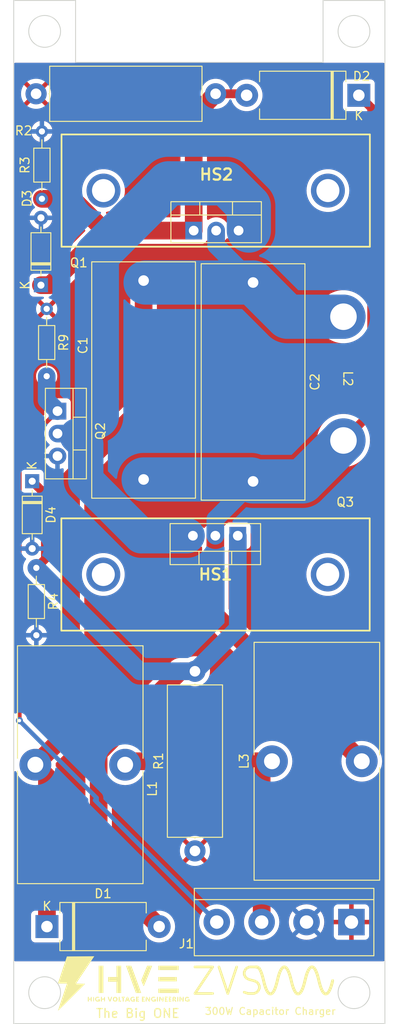
<source format=kicad_pcb>
(kicad_pcb (version 20221018) (generator pcbnew)
  (layers (0 "F.Cu" signal) (31 "B.Cu" signal) (34 "B.Paste" user) (35 "F.Paste" user) (36 "B.SilkS" user "B.Silkscreen") (37 "F.SilkS" user "F.Silkscreen") (38 "B.Mask" user) (39 "F.Mask" user) (44 "Edge.Cuts" user))
  (net 0 "")
  (net 1 "GND")
  (net 2 "+12V")
  (net 3 "Net-(C1-Pad1)")
  (net 4 "Net-(C1-Pad2)")
  (net 5 "ZVS")
  (net 6 "Net-(Q1-Pad3)")
  (net 7 "ZVS Gate")
  (net 8 "Net-(D1-Pad2)")
  (net 9 "Net-(D2-Pad2)")
  (footprint "Resistor_THT:R_Axial_DIN0617_L17.0mm_D6.0mm_P20.32mm_Horizontal" (layer "F.Cu") (at 122.45 66.99)
    (fp_text reference "R2" (at -1.42 4.18) (layer "F.SilkS"))
    (fp_text value "470")
    (pad "1" thru_hole circle (at 0 0) (size 2.4 2.4) (drill 1.2) (layers "*.Cu" "*.Mask") (net 2 "+12V"))
    (pad "2" thru_hole oval (at 20.32 0) (size 2.4 2.4) (drill 1.2) (layers "*.Cu" "*.Mask") (net 9 "Net-(D2-Pad2)"))
  )
  (footprint "Diode_THT:D_DO-35_SOD27_P7.62mm_Horizontal" (layer "F.Cu") (at 122.01 110.82 -90)
    (fp_text reference "D4" (at 3.81 -2.12 90) (layer "F.SilkS"))
    (fp_text value "D_Zener")
    (fp_text user "K" (at -1.78 0.02 90) (layer "F.SilkS"))
    (pad "1" thru_hole rect (at 0 0 270) (size 1.6 1.6) (drill 0.8) (layers "*.Cu" "*.Mask") (net 8 "Net-(D1-Pad2)"))
    (pad "2" thru_hole oval (at 7.62 0 270) (size 1.6 1.6) (drill 0.8) (layers "*.Cu" "*.Mask") (net 1 "GND"))
  )
  (footprint "Coil Gun Capacitor:63710ABPE" (layer "F.Cu") (at 130.08 77.94)
    (fp_text reference "HS2" (at 12.78 -1.81) (layer "F.SilkS") (effects (font (size 1.27 1.27) (thickness 0.254))))
    (fp_text value "Heatsink" hide)
    (pad "1" thru_hole circle (at 0 0) (size 3.84 3.84) (drill 2.6) (layers "*.Cu" "*.Mask"))
    (pad "2" thru_hole circle (at 25.4 0) (size 3.84 3.84) (drill 2.6) (layers "*.Cu" "*.Mask"))
  )
  (footprint "Resistor_THT:R_Axial_DIN0204_L3.6mm_D1.6mm_P7.62mm_Horizontal" (layer "F.Cu") (at 123.11 78.87 90)
    (fp_text reference "R3" (at 3.81 -1.92 90) (layer "F.SilkS"))
    (fp_text value "R")
    (pad "1" thru_hole circle (at 0 0 90) (size 1.4 1.4) (drill 0.7) (layers "*.Cu" "*.Mask") (net 9 "Net-(D2-Pad2)"))
    (pad "2" thru_hole oval (at 7.62 0 90) (size 1.4 1.4) (drill 0.7) (layers "*.Cu" "*.Mask") (net 1 "GND"))
  )
  (footprint "Diode_THT:D_DO-35_SOD27_P7.62mm_Horizontal" (layer "F.Cu") (at 123 88.64 90)
    (fp_text reference "D3" (at 9.8 -1.57 90) (layer "F.SilkS"))
    (fp_text value "D_Zener")
    (fp_text user "K" (at 0 -1.8 90) (layer "F.SilkS"))
    (pad "1" thru_hole rect (at 0 0 90) (size 1.6 1.6) (drill 0.8) (layers "*.Cu" "*.Mask") (net 9 "Net-(D2-Pad2)"))
    (pad "2" thru_hole oval (at 7.62 0 90) (size 1.6 1.6) (drill 0.8) (layers "*.Cu" "*.Mask") (net 1 "GND"))
  )
  (footprint "Capacitor_THT:C_Rect_L26.5mm_W11.5mm_P22.50mm_MKS4" (layer "F.Cu") (at 134.62 88.12 -90)
    (fp_text reference "C1" (at 7.34 6.87 90) (layer "F.SilkS"))
    (fp_text value "C")
    (pad "1" thru_hole circle (at 0 0 270) (size 2.4 2.4) (drill 1.2) (layers "*.Cu" "*.Mask") (net 3 "Net-(C1-Pad1)"))
    (pad "2" thru_hole circle (at 22.5 0 270) (size 2.4 2.4) (drill 1.2) (layers "*.Cu" "*.Mask") (net 4 "Net-(C1-Pad2)"))
  )
  (footprint "Capacitor_THT:C_Rect_L26.5mm_W11.5mm_P22.50mm_MKS4" (layer "F.Cu") (at 147.01 88.34 -90)
    (fp_text reference "C2" (at 11.25 -7 90) (layer "F.SilkS"))
    (fp_text value "10uF")
    (pad "1" thru_hole circle (at 0 0 270) (size 2.4 2.4) (drill 1.2) (layers "*.Cu" "*.Mask") (net 3 "Net-(C1-Pad1)"))
    (pad "2" thru_hole circle (at 22.5 0 270) (size 2.4 2.4) (drill 1.2) (layers "*.Cu" "*.Mask") (net 4 "Net-(C1-Pad2)"))
  )
  (footprint "LOGO" (layer "F.Cu") (at 151.834241 167.261823)
    (fp_text reference "G***" hide)
    (fp_text value "LOGO" hide)
  )
  (footprint "Resistor_THT:R_Axial_DIN0204_L3.6mm_D1.6mm_P7.62mm_Horizontal" (layer "F.Cu") (at 122.48 120.62 -90)
    (fp_text reference "R4" (at 3.81 -1.92 90) (layer "F.SilkS"))
    (fp_text value "R")
    (pad "1" thru_hole circle (at 0 0 270) (size 1.4 1.4) (drill 0.7) (layers "*.Cu" "*.Mask") (net 8 "Net-(D1-Pad2)"))
    (pad "2" thru_hole oval (at 7.62 0 270) (size 1.4 1.4) (drill 0.7) (layers "*.Cu" "*.Mask") (net 1 "GND"))
  )
  (footprint "Resistor_THT:R_Axial_DIN0204_L3.6mm_D1.6mm_P7.62mm_Horizontal" (layer "F.Cu") (at 123.65 91.32 -90)
    (fp_text reference "R9" (at 3.81 -1.92 90) (layer "F.SilkS"))
    (fp_text value "1k")
    (pad "1" thru_hole circle (at 0 0 270) (size 1.4 1.4) (drill 0.7) (layers "*.Cu" "*.Mask") (net 2 "+12V"))
    (pad "2" thru_hole oval (at 7.62 0 270) (size 1.4 1.4) (drill 0.7) (layers "*.Cu" "*.Mask") (net 7 "ZVS Gate"))
  )
  (footprint "Inductor_THT:L_Toroid_Vertical_L26.7mm_W14.0mm_P10.16mm_Pulse_D" (layer "F.Cu") (at 132.53 142.89 -90)
    (fp_text reference "L1" (at 2.73 -3.07 90) (layer "F.SilkS"))
    (fp_text value "8mH")
    (pad "1" thru_hole circle (at 0 0 270) (size 3.6 3.6) (drill 1.8) (layers "*.Cu" "*.Mask") (net 5 "ZVS"))
    (pad "2" thru_hole circle (at 0 10.16 270) (size 3.6 3.6) (drill 1.8) (layers "*.Cu" "*.Mask") (net 3 "Net-(C1-Pad1)"))
  )
  (footprint "Diode_THT:D_DO-201_P12.70mm_Horizontal" (layer "F.Cu") (at 158.98 67.16 180)
    (fp_text reference "D2" (at -0.31 2.15) (layer "F.SilkS"))
    (fp_text value "D_Schottky")
    (fp_text user "K" (at 0 -2.3) (layer "F.SilkS"))
    (pad "1" thru_hole rect (at 0 0 180) (size 2.6 2.6) (drill 1.3) (layers "*.Cu" "*.Mask") (net 4 "Net-(C1-Pad2)"))
    (pad "2" thru_hole oval (at 12.7 0 180) (size 2.6 2.6) (drill 1.3) (layers "*.Cu" "*.Mask") (net 9 "Net-(D2-Pad2)"))
  )
  (footprint "Diode_THT:D_DO-201_P12.70mm_Horizontal" (layer "F.Cu") (at 123.68 161.2)
    (fp_text reference "D1" (at 6.35 -3.725) (layer "F.SilkS"))
    (fp_text value "D_Schottky")
    (fp_text user "K" (at 0 -2.3) (layer "F.SilkS"))
    (pad "1" thru_hole rect (at 0 0) (size 2.6 2.6) (drill 1.3) (layers "*.Cu" "*.Mask") (net 3 "Net-(C1-Pad1)"))
    (pad "2" thru_hole oval (at 12.7 0) (size 2.6 2.6) (drill 1.3) (layers "*.Cu" "*.Mask") (net 8 "Net-(D1-Pad2)"))
  )
  (footprint "Package_TO_SOT_THT:TO-220-3_Vertical" (layer "F.Cu") (at 124.875 102.89 -90)
    (fp_text reference "Q2" (at 2.26 -4.855 90) (layer "F.SilkS"))
    (fp_text value "Q_NMOS_GDS")
    (pad "1" thru_hole rect (at 0 0 270) (size 1.905 2) (drill 1.1) (layers "*.Cu" "*.Mask") (net 7 "ZVS Gate"))
    (pad "2" thru_hole oval (at 2.54 0 270) (size 1.905 2) (drill 1.1) (layers "*.Cu" "*.Mask") (net 6 "Net-(Q1-Pad3)"))
    (pad "3" thru_hole oval (at 5.08 0 270) (size 1.905 2) (drill 1.1) (layers "*.Cu" "*.Mask") (net 1 "GND"))
  )
  (footprint "TerminalBlock:TerminalBlock_bornier-4_P5.08mm" (layer "F.Cu") (at 158.14 160.69 180)
    (fp_text reference "J1" (at 18.67 -2.46) (layer "F.SilkS"))
    (fp_text value "Screw_Terminal_01x04")
    (pad "1" thru_hole rect (at 0 0 180) (size 3 3) (drill 1.52) (layers "*.Cu" "*.Mask") (net 2 "+12V"))
    (pad "2" thru_hole circle (at 5.08 0 180) (size 3 3) (drill 1.52) (layers "*.Cu" "*.Mask") (net 1 "GND"))
    (pad "3" thru_hole circle (at 10.16 0 180) (size 3 3) (drill 1.52) (layers "*.Cu" "*.Mask") (net 5 "ZVS"))
    (pad "4" thru_hole circle (at 15.24 0 180) (size 3 3) (drill 1.52) (layers "*.Cu" "*.Mask") (net 7 "ZVS Gate"))
  )
  (footprint "Inductor_THT:L_Toroid_Vertical_L26.7mm_W14.0mm_P10.16mm_Pulse_D" (layer "F.Cu") (at 149.15 142.5 90)
    (fp_text reference "L3" (at 0 -3.155 90) (layer "F.SilkS"))
    (fp_text value "8mH")
    (pad "1" thru_hole circle (at 0 0 90) (size 3.6 3.6) (drill 1.8) (layers "*.Cu" "*.Mask") (net 5 "ZVS"))
    (pad "2" thru_hole circle (at 0 10.16 90) (size 3.6 3.6) (drill 1.8) (layers "*.Cu" "*.Mask") (net 4 "Net-(C1-Pad2)"))
  )
  (footprint "LOGO" (layer "F.Cu") (at 132.29 167.77)
    (fp_text reference "G***" hide)
    (fp_text value "LOGO" hide)
  )
  (footprint "Coil Gun Capacitor:Primary" (layer "F.Cu") (at 157.24 99.21 -90)
    (fp_text reference "L2" (at 0 -0.5 -90 unlocked) (layer "F.SilkS"))
    (fp_text value "15uH")
    (pad "1" thru_hole circle (at -7 0 270) (size 5 5) (drill 3) (layers "*.Cu" "*.Mask") (net 3 "Net-(C1-Pad1)"))
    (pad "2" thru_hole circle (at 7 0) (size 5 5) (drill 3) (layers "*.Cu" "*.Mask") (net 4 "Net-(C1-Pad2)"))
  )
  (footprint "Resistor_THT:R_Axial_DIN0617_L17.0mm_D6.0mm_P20.32mm_Horizontal" (layer "F.Cu") (at 140.43 152.64 90)
    (fp_text reference "R1" (at 10.16 -4.12 90) (layer "F.SilkS"))
    (fp_text value "470")
    (pad "1" thru_hole circle (at 0 0 90) (size 2.4 2.4) (drill 1.2) (layers "*.Cu" "*.Mask") (net 2 "+12V"))
    (pad "2" thru_hole oval (at 20.32 0 90) (size 2.4 2.4) (drill 1.2) (layers "*.Cu" "*.Mask") (net 8 "Net-(D1-Pad2)"))
  )
  (footprint "Coil Gun Capacitor:63710ABPE" (layer "F.Cu") (at 155.46 121.37 180)
    (fp_text reference "HS1" (at 12.7 0) (layer "F.SilkS") (effects (font (size 1.27 1.27) (thickness 0.254))))
    (fp_text value "Heatsink" hide)
    (pad "1" thru_hole circle (at 0 0 180) (size 3.84 3.84) (drill 2.6) (layers "*.Cu" "*.Mask"))
    (pad "2" thru_hole circle (at 25.4 0 180) (size 3.84 3.84) (drill 2.6) (layers "*.Cu" "*.Mask"))
  )
  (footprint "Package_TO_SOT_THT:TO-220-3_Vertical" (layer "F.Cu") (at 140.29 82.465)
    (fp_text reference "Q1" (at -13.01 3.645) (layer "F.SilkS"))
    (fp_text value "Q_NMOS_GDS")
    (pad "1" thru_hole rect (at 0 0) (size 1.905 2) (drill 1.1) (layers "*.Cu" "*.Mask") (net 9 "Net-(D2-Pad2)"))
    (pad "2" thru_hole oval (at 2.54 0) (size 1.905 2) (drill 1.1) (layers "*.Cu" "*.Mask") (net 3 "Net-(C1-Pad1)"))
    (pad "3" thru_hole oval (at 5.08 0) (size 1.905 2) (drill 1.1) (layers "*.Cu" "*.Mask") (net 6 "Net-(Q1-Pad3)"))
  )
  (footprint "Package_TO_SOT_THT:TO-220-3_Vertical" (layer "F.Cu") (at 145.28 116.985 180)
    (fp_text reference "Q3" (at -12.16 3.805) (layer "F.SilkS"))
    (fp_text value "Q_NMOS_GDS")
    (pad "1" thru_hole rect (at 0 0 180) (size 1.905 2) (drill 1.1) (layers "*.Cu" "*.Mask") (net 8 "Net-(D1-Pad2)"))
    (pad "2" thru_hole oval (at 2.54 0 180) (size 1.905 2) (drill 1.1) (layers "*.Cu" "*.Mask") (net 4 "Net-(C1-Pad2)"))
    (pad "3" thru_hole oval (at 5.08 0 180) (size 1.905 2) (drill 1.1) (layers "*.Cu" "*.Mask") (net 6 "Net-(Q1-Pad3)"))
  )
  (gr_line (start 119.92 63.43) (end 119.92 165.18) (stroke (width 0.1)) (layer "Edge.Cuts"))
  (gr_line (start 161.93 165.18) (end 161.93 63.43) (stroke (width 0.1)) (layer "Edge.Cuts"))
  (gr_line (start 161.93 63.43) (end 161.93 56.43) (stroke (width 0.1)) (layer "Edge.Cuts"))
  (gr_line (start 161.93 172.18) (end 154.93 172.18) (stroke (width 0.1)) (layer "Edge.Cuts"))
  (gr_line (start 154.93 63.43) (end 126.92 63.43) (stroke (width 0.1)) (layer "Edge.Cuts"))
  (gr_circle (center 123.42 59.93) (end 125.22 59.93) (stroke (width 0.1)) (fill none) (layer "Edge.Cuts"))
  (gr_line (start 119.92 172.18) (end 126.92 172.18) (stroke (width 0.1)) (layer "Edge.Cuts"))
  (gr_line (start 161.93 56.43) (end 154.93 56.43) (stroke (width 0.1)) (layer "Edge.Cuts"))
  (gr_line (start 154.93 56.43) (end 154.93 63.43) (stroke (width 0.1)) (layer "Edge.Cuts"))
  (gr_circle (center 123.42 168.68) (end 125.22 168.68) (stroke (width 0.1)) (fill none) (layer "Edge.Cuts"))
  (gr_line (start 119.92 56.43) (end 126.92 56.43) (stroke (width 0.1)) (layer "Edge.Cuts"))
  (gr_line (start 126.92 56.43) (end 126.92 63.43) (stroke (width 0.1)) (layer "Edge.Cuts"))
  (gr_line (start 161.93 165.18) (end 161.93 172.18) (stroke (width 0.1)) (layer "Edge.Cuts"))
  (gr_line (start 126.92 172.18) (end 154.93 172.18) (stroke (width 0.1)) (layer "Edge.Cuts"))
  (gr_line (start 119.92 63.43) (end 119.92 56.43) (stroke (width 0.1)) (layer "Edge.Cuts"))
  (gr_line (start 119.92 165.18) (end 119.92 172.18) (stroke (width 0.1)) (layer "Edge.Cuts"))
  (gr_circle (center 158.43 168.68) (end 160.23 168.68) (stroke (width 0.1)) (fill none) (layer "Edge.Cuts"))
  (gr_circle (center 158.43 59.93) (end 160.23 59.93) (stroke (width 0.1)) (fill none) (layer "Edge.Cuts"))
  (gr_text "The Big ONE" (at 133.97 171.02) (layer "F.SilkS") (effects (font (size 1 1))))
  (gr_text "ZVS" (at 144.148 167.396) (layer "F.SilkS") (effects (font (size 3 3) (thickness 0.3))))
  (gr_text "300W Capacitor Charger" (at 148.96 170.78) (layer "F.SilkS") (effects (font (size 0.8 0.8) (thickness 0.125))))
  (segment (start 123.68 161.2) (end 123.68 144.2) (width 2) (layer "F.Cu") (net 3))
  (segment (start 122.37 142.89) (end 126.41 138.85) (width 2) (layer "F.Cu") (net 3))
  (segment (start 126.41 110.46) (end 134.62 102.25) (width 2) (layer "F.Cu") (net 3))
  (segment (start 123.68 144.2) (end 122.37 142.89) (width 2) (layer "F.Cu") (net 3))
  (segment (start 126.41 138.85) (end 126.41 110.46) (width 2) (layer "F.Cu") (net 3))
  (segment (start 134.62 102.25) (end 134.62 88.12) (width 2) (layer "F.Cu") (net 3))
  (segment (start 157.24 92.21) (end 150.88 92.21) (width 5) (layer "B.Cu") (net 3))
  (segment (start 142.83 84.16) (end 147.01 88.34) (width 2) (layer "B.Cu") (net 3))
  (segment (start 150.88 92.21) (end 147.01 88.34) (width 5) (layer "B.Cu") (net 3))
  (segment (start 147.01 88.34) (end 134.84 88.34) (width 5) (layer "B.Cu") (net 3))
  (segment (start 142.83 82.465) (end 142.83 84.16) (width 2) (layer "B.Cu") (net 3))
  (segment (start 142.74 125.93) (end 142.74 116.985) (width 2) (layer "F.Cu") (net 4))
  (segment (start 160.439511 68.619511) (end 158.98 67.16) (width 1) (layer "F.Cu") (net 4))
  (segment (start 159.31 142.5) (end 142.74 125.93) (width 2) (layer "F.Cu") (net 4))
  (segment (start 157.24 106.21) (end 160.439511 103.010489) (width 1) (layer "F.Cu") (net 4))
  (segment (start 160.439511 103.010489) (end 160.439511 68.619511) (width 1) (layer "F.Cu") (net 4))
  (segment (start 142.74 115.11) (end 147.01 110.84) (width 2) (layer "B.Cu") (net 4))
  (segment (start 134.62 110.62) (end 146.79 110.62) (width 5) (layer "B.Cu") (net 4))
  (segment (start 146.79 110.62) (end 147.01 110.84) (width 5) (layer "B.Cu") (net 4))
  (segment (start 142.74 116.985) (end 142.74 115.11) (width 2) (layer "B.Cu") (net 4))
  (segment (start 152.61 110.84) (end 157.24 106.21) (width 5) (layer "B.Cu") (net 4))
  (segment (start 147.01 110.84) (end 152.61 110.84) (width 5) (layer "B.Cu") (net 4))
  (segment (start 147.98 160.69) (end 147.98 143.67) (width 2) (layer "F.Cu") (net 5))
  (segment (start 149.15 142.5) (end 132.92 142.5) (width 2) (layer "F.Cu") (net 5))
  (segment (start 132.92 142.5) (end 132.53 142.89) (width 2) (layer "F.Cu") (net 5))
  (segment (start 147.98 143.67) (end 149.15 142.5) (width 2) (layer "F.Cu") (net 5))
  (segment (start 127.12 105.69) (end 128.07452 106.64452) (width 4) (layer "B.Cu") (net 6))
  (segment (start 128.07452 106.64452) (end 128.07452 110.720644) (width 4) (layer "B.Cu") (net 6))
  (segment (start 126.86 105.43) (end 127.12 105.69) (width 2) (layer "B.Cu") (net 6))
  (segment (start 128.07452 110.720644) (end 134.338876 116.985) (width 4) (layer "B.Cu") (net 6))
  (segment (start 127.12 105.69) (end 129.33 103.48) (width 3) (layer "B.Cu") (net 6))
  (segment (start 134.338876 116.985) (end 139.54048 116.985) (width 4) (layer "B.Cu") (net 6))
  (segment (start 137.432976 77.12) (end 143.95 77.12) (width 5) (layer "B.Cu") (net 6))
  (segment (start 129.33 103.48) (end 129.33 85.222976) (width 5) (layer "B.Cu") (net 6))
  (segment (start 129.33 85.222976) (end 137.432976 77.12) (width 5) (layer "B.Cu") (net 6))
  (segment (start 143.95 77.12) (end 146.52952 79.69952) (width 5) (layer "B.Cu") (net 6))
  (segment (start 124.875 105.43) (end 126.86 105.43) (width 2) (layer "B.Cu") (net 6))
  (segment (start 146.52952 79.69952) (end 146.52952 82.465) (width 5) (layer "B.Cu") (net 6))
  (segment (start 120.560481 137.899191) (end 120.560481 107.204519) (width 0.5) (layer "F.Cu") (net 7))
  (segment (start 120.560481 107.204519) (end 124.875 102.89) (width 0.5) (layer "F.Cu") (net 7))
  (via (at 120.560481 137.899191) (size 0.8) (drill 0.4) (layers "F.Cu" "B.Cu") (net 7))
  (segment (start 123.65 98.94) (end 123.65 101.665) (width 2) (layer "B.Cu") (net 7))
  (segment (start 129.31 146.64871) (end 120.560481 137.899191) (width 0.5) (layer "B.Cu") (net 7))
  (segment (start 129.31 147.1) (end 129.11 146.9) (width 0.5) (layer "B.Cu") (net 7))
  (segment (start 142.9 160.69) (end 129.31 147.1) (width 0.5) (layer "B.Cu") (net 7))
  (segment (start 123.65 101.665) (end 124.875 102.89) (width 2) (layer "B.Cu") (net 7))
  (segment (start 129.31 147.1) (end 129.31 146.64871) (width 0.5) (layer "B.Cu") (net 7))
  (segment (start 129.530489 154.350489) (end 129.530489 141.579511) (width 2) (layer "F.Cu") (net 8))
  (segment (start 123.509511 112.319511) (end 123.509511 119.590489) (width 1) (layer "F.Cu") (net 8))
  (segment (start 138.79 132.32) (end 140.43 132.32) (width 2) (layer "F.Cu") (net 8))
  (segment (start 123.509511 119.590489) (end 122.48 120.62) (width 1) (layer "F.Cu") (net 8))
  (segment (start 122.01 110.82) (end 123.509511 112.319511) (width 1) (layer "F.Cu") (net 8))
  (segment (start 129.530489 141.579511) (end 138.79 132.32) (width 2) (layer "F.Cu") (net 8))
  (segment (start 136.38 161.2) (end 129.530489 154.350489) (width 2) (layer "F.Cu") (net 8))
  (segment (start 134.18 132.32) (end 140.43 132.32) (width 2) (layer "B.Cu") (net 8))
  (segment (start 140.43 132.32) (end 145.28 127.47) (width 2) (layer "B.Cu") (net 8))
  (segment (start 145.28 127.47) (end 145.28 116.985) (width 2) (layer "B.Cu") (net 8))
  (segment (start 122.48 120.62) (end 134.18 132.32) (width 2) (layer "B.Cu") (net 8))
  (segment (start 146.11 66.99) (end 146.28 67.16) (width 1) (layer "F.Cu") (net 9))
  (segment (start 123.11 78.87) (end 126.598344 78.87) (width 2) (layer "F.Cu") (net 9))
  (segment (start 123 88.64) (end 124.018344 88.64) (width 2) (layer "F.Cu") (net 9))
  (segment (start 124.018344 88.64) (end 130.193344 82.465) (width 2) (layer "F.Cu") (net 9))
  (segment (start 140.29 82.465) (end 140.29 69.47) (width 2) (layer "F.Cu") (net 9))
  (segment (start 126.598344 78.87) (end 130.193344 82.465) (width 2) (layer "F.Cu") (net 9))
  (segment (start 140.29 69.47) (end 142.77 66.99) (width 2) (layer "F.Cu") (net 9))
  (segment (start 130.193344 82.465) (end 140.29 82.465) (width 2) (layer "F.Cu") (net 9))
  (segment (start 142.77 66.99) (end 146.11 66.99) (width 1) (layer "F.Cu") (net 9))
  (zone (net 2) (net_name "+12V") (layer "F.Cu") (connect_pads (clearance 0.5)) (min_thickness 0.254) (fill yes (thermal_gap 0.508) (thermal_bridge_width 0.508))
    (polygon (pts (xy 161.88 165.13) (xy 119.97 165.13) (xy 119.97 63.48) (xy 161.88 63.48)))
  )
  (zone (net 1) (net_name "GND") (layer "B.Cu") (connect_pads (clearance 0.5)) (min_thickness 0.254) (fill yes (thermal_gap 0.508) (thermal_bridge_width 0.508))
    (polygon (pts (xy 161.88 165.13) (xy 119.97 165.13) (xy 119.97 63.48) (xy 161.88 63.48)))
  )
)
</source>
